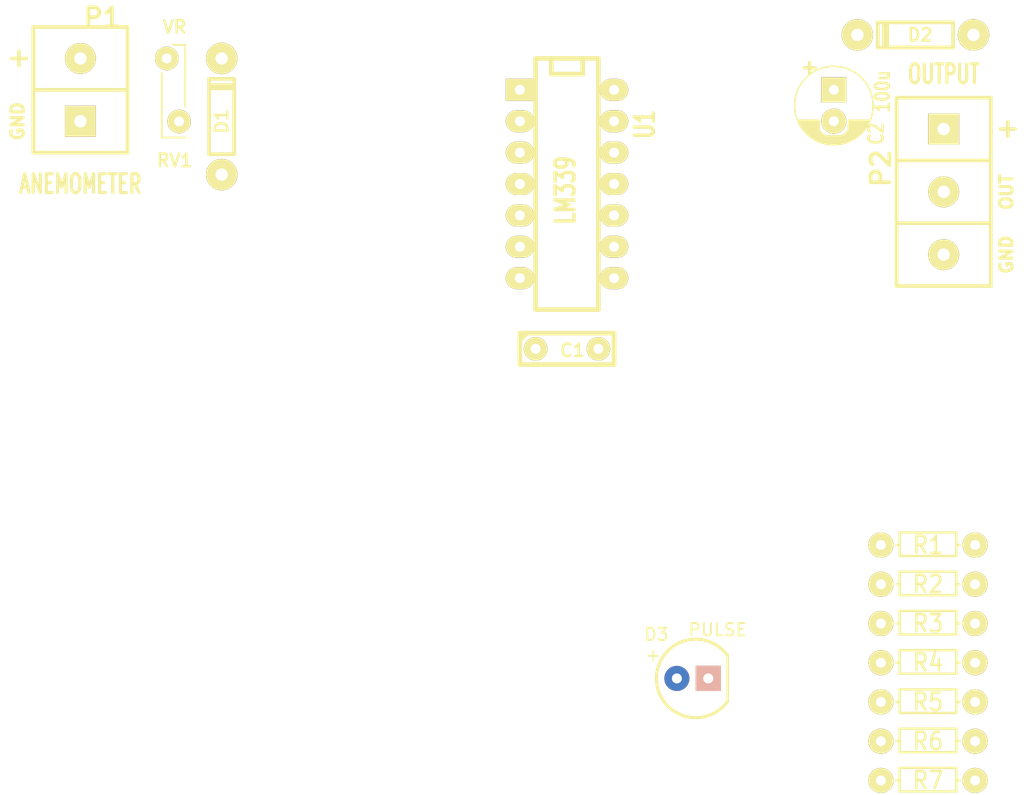
<source format=kicad_pcb>
(kicad_pcb (version 20221018) (generator pcbnew)
  (layers (0 "F.Cu" signal) (31 "B.Cu" signal) (34 "B.Paste" user) (35 "F.Paste" user) (36 "B.SilkS" user "B.Silkscreen") (37 "F.SilkS" user "F.Silkscreen") (38 "B.Mask" user) (39 "F.Mask" user) (44 "Edge.Cuts" user))
  (net 0 "")
  (net 1 "Net-(C1-Pad1)")
  (net 2 "GND")
  (net 3 "Net-(D1-Pad1)")
  (net 4 "VCC")
  (net 5 "Net-(D3-Pad2)")
  (net 6 "Net-(D3-Pad1)")
  (net 7 "Net-(P1-Pad2)")
  (net 8 "Net-(R4-Pad2)")
  (net 9 "Net-(D2-Pad2)")
  (footprint "matts_components:C1_wide_lg_pad" (layer "F.Cu") (at 142.24 73.025)
    (fp_text reference "C1" (at 1.7145 0.127) (layer "F.SilkS") (effects (font (size 1.016 1.016) (thickness 0.2032))))
    (fp_text value "22n" hide)
    (fp_line (start -2.54 -1.27) (end -2.54 1.27) (stroke (width 0.381)) (layer "F.SilkS"))
    (fp_line (start -2.54 -0.635) (end -1.905 -1.27) (stroke (width 0.3048)) (layer "F.SilkS"))
    (fp_line (start -2.54 1.27) (end 5.08 1.27) (stroke (width 0.381)) (layer "F.SilkS"))
    (fp_line (start 5.08 -1.27) (end -2.54 -1.27) (stroke (width 0.381)) (layer "F.SilkS"))
    (fp_line (start 5.08 1.27) (end 5.08 -1.27) (stroke (width 0.381)) (layer "F.SilkS"))
    (pad "1" thru_hole circle (at -1.27 0) (size 1.905 1.905) (drill 0.8001) (layers "*.Cu" "*.Mask" "F.SilkS") (net 1 "Net-(C1-Pad1)"))
    (pad "2" thru_hole circle (at 3.81 0) (size 1.905 1.905) (drill 0.8001) (layers "*.Cu" "*.Mask" "F.SilkS") (net 2 "GND"))
  )
  (footprint "REInnovationFootprint:C_1V7_TH" (layer "F.Cu") (at 165.1 53.34 -90)
    (fp_text reference "C2" (at 2.286 -3.429 270) (layer "F.SilkS") (effects (font (size 1.143 0.889) (thickness 0.2032))))
    (fp_text value "100u" (at -1.143 -3.937 270) (layer "F.SilkS") (effects (font (size 1.143 0.889) (thickness 0.2032))))
    (fp_text user "+" (at -3.048 2.032 270) (layer "F.SilkS") (effects (font (size 1.143 1.143) (thickness 0.28702))))
    (fp_line (start 1.27 -1.27) (end 1.27 -2.794) (stroke (width 0.3)) (layer "F.SilkS"))
    (fp_line (start 1.27 -1.27) (end 2.286 -1.27) (stroke (width 0.3)) (layer "F.SilkS"))
    (fp_line (start 1.27 1.27) (end 2.54 1.27) (stroke (width 0.3)) (layer "F.SilkS"))
    (fp_line (start 1.27 2.667) (end 2.159 2.159) (stroke (width 0.3)) (layer "F.SilkS"))
    (fp_line (start 1.27 2.794) (end 1.27 1.27) (stroke (width 0.3)) (layer "F.SilkS"))
    (fp_line (start 1.524 -1.27) (end 1.524 -2.667) (stroke (width 0.3)) (layer "F.SilkS"))
    (fp_line (start 1.524 1.27) (end 1.524 2.54) (stroke (width 0.3)) (layer "F.SilkS"))
    (fp_line (start 1.651 -2.54) (end 1.651 -1.778) (stroke (width 0.3)) (layer "F.SilkS"))
    (fp_line (start 1.778 -1.27) (end 1.778 -2.413) (stroke (width 0.3)) (layer "F.SilkS"))
    (fp_line (start 1.778 1.27) (end 1.778 2.413) (stroke (width 0.3)) (layer "F.SilkS"))
    (fp_line (start 2.032 -1.27) (end 2.032 -2.286) (stroke (width 0.3)) (layer "F.SilkS"))
    (fp_line (start 2.032 -1.27) (end 2.667 -1.27) (stroke (width 0.3)) (layer "F.SilkS"))
    (fp_line (start 2.032 1.27) (end 2.032 2.159) (stroke (width 0.3)) (layer "F.SilkS"))
    (fp_line (start 2.032 1.27) (end 2.54 0.762) (stroke (width 0.3)) (layer "F.SilkS"))
    (fp_line (start 2.159 2.159) (end 2.794 1.27) (stroke (width 0.3)) (layer "F.SilkS"))
    (fp_line (start 2.286 -1.27) (end 2.286 -2.032) (stroke (width 0.3)) (layer "F.SilkS"))
    (fp_line (start 2.286 1.27) (end 2.286 2.032) (stroke (width 0.3)) (layer "F.SilkS"))
    (fp_line (start 2.413 -1.778) (end 1.651 -2.54) (stroke (width 0.3)) (layer "F.SilkS"))
    (fp_line (start 2.54 -0.762) (end 2.159 -1.143) (stroke (width 0.3)) (layer "F.SilkS"))
    (fp_line (start 2.54 1.651) (end 2.54 -1.778) (stroke (width 0.3)) (layer "F.SilkS"))
    (fp_line (start 2.794 -1.27) (end 2.794 1.143) (stroke (width 0.3)) (layer "F.SilkS"))
    (fp_line (start 2.794 -1.143) (end 2.413 -1.778) (stroke (width 0.3)) (layer "F.SilkS"))
    (fp_line (start 2.794 1.27) (end 2.921 0.762) (stroke (width 0.3)) (layer "F.SilkS"))
    (fp_line (start 2.921 0.635) (end 2.921 -0.762) (stroke (width 0.3)) (layer "F.SilkS"))
    (fp_line (start 2.921 0.762) (end 3.048 -0.381) (stroke (width 0.3)) (layer "F.SilkS"))
    (fp_line (start 3.048 -0.381) (end 2.794 -1.143) (stroke (width 0.3)) (layer "F.SilkS"))
    (fp_circle (center 0 0) (end 3.175 0) (stroke (width 0.127)) (fill none) (layer "F.SilkS"))
    (pad "1" thru_hole rect (at -1.27 0 270) (size 2.032 2.032) (drill 0.8001) (layers "*.Cu" "*.Mask" "F.SilkS") (net 4 "VCC"))
    (pad "2" thru_hole circle (at 1.27 0 270) (size 2.032 2.032) (drill 0.8001) (layers "*.Cu" "*.Mask" "F.SilkS") (net 2 "GND"))
  )
  (footprint "REInnovationFootprint:TH_Diode_1" (layer "F.Cu") (at 115.57 54.61 90)
    (fp_text reference "D1" (at 0 0 90) (layer "F.SilkS") (effects (font (size 1.016 1.016) (thickness 0.2032))))
    (fp_text value "1N914" hide)
    (fp_line (start -2.667 -1.016) (end -2.667 0) (stroke (width 0.3048)) (layer "F.SilkS"))
    (fp_line (start -2.667 0) (end -2.667 1.016) (stroke (width 0.3048)) (layer "F.SilkS"))
    (fp_line (start -2.667 1.016) (end 3.429 1.016) (stroke (width 0.3048)) (layer "F.SilkS"))
    (fp_line (start 2.667 1.016) (end 2.667 -1.016) (stroke (width 0.3048)) (layer "F.SilkS"))
    (fp_line (start 2.921 -1.016) (end 2.921 1.016) (stroke (width 0.3048)) (layer "F.SilkS"))
    (fp_line (start 3.429 -1.016) (end -2.667 -1.016) (stroke (width 0.3048)) (layer "F.SilkS"))
    (fp_line (start 3.429 0) (end 3.429 -1.016) (stroke (width 0.3048)) (layer "F.SilkS"))
    (fp_line (start 3.429 1.016) (end 3.429 0) (stroke (width 0.3048)) (layer "F.SilkS"))
    (pad "1" thru_hole circle (at 5.08 0 90) (size 2.54 2.54) (drill 1.00076) (layers "*.Cu" "*.Mask" "F.SilkS") (net 3 "Net-(D1-Pad1)"))
    (pad "2" thru_hole circle (at -4.318 0 90) (size 2.54 2.54) (drill 1.00076) (layers "*.Cu" "*.Mask" "F.SilkS") (net 2 "GND"))
  )
  (footprint "REInnovationFootprint:TH_Diode_1" (layer "F.Cu") (at 172.085 47.625 180)
    (fp_text reference "D2" (at 0 0 180) (layer "F.SilkS") (effects (font (size 1.016 1.016) (thickness 0.2032))))
    (fp_text value "1N4001" hide)
    (fp_line (start -2.667 -1.016) (end -2.667 0) (stroke (width 0.3048)) (layer "F.SilkS"))
    (fp_line (start -2.667 0) (end -2.667 1.016) (stroke (width 0.3048)) (layer "F.SilkS"))
    (fp_line (start -2.667 1.016) (end 3.429 1.016) (stroke (width 0.3048)) (layer "F.SilkS"))
    (fp_line (start 2.667 1.016) (end 2.667 -1.016) (stroke (width 0.3048)) (layer "F.SilkS"))
    (fp_line (start 2.921 -1.016) (end 2.921 1.016) (stroke (width 0.3048)) (layer "F.SilkS"))
    (fp_line (start 3.429 -1.016) (end -2.667 -1.016) (stroke (width 0.3048)) (layer "F.SilkS"))
    (fp_line (start 3.429 0) (end 3.429 -1.016) (stroke (width 0.3048)) (layer "F.SilkS"))
    (fp_line (start 3.429 1.016) (end 3.429 0) (stroke (width 0.3048)) (layer "F.SilkS"))
    (pad "1" thru_hole circle (at 5.08 0 180) (size 2.54 2.54) (drill 1.00076) (layers "*.Cu" "*.Mask" "F.SilkS") (net 4 "VCC"))
    (pad "2" thru_hole circle (at -4.318 0 180) (size 2.54 2.54) (drill 1.00076) (layers "*.Cu" "*.Mask" "F.SilkS") (net 9 "Net-(D2-Pad2)"))
  )
  (footprint "REInnovationFootprint:TH_LED-5MM_larg_pad" (layer "F.Cu") (at 153.67 99.695)
    (fp_text reference "D3" (at -2.921 -3.556) (layer "F.SilkS"))
    (fp_text value "PULSE" (at 2.032 -3.937) (layer "F.SilkS"))
    (fp_text user "+" (at -3.175 -1.905) (layer "F.SilkS"))
    (fp_line (start 2.8448 1.905) (end 2.8448 -1.905) (stroke (width 0.2032)) (layer "F.SilkS"))
    (fp_arc (start 2.794 1.905) (mid -2.921 0.001668) (end 2.791997 -1.907668) (stroke (width 0.254)) (layer "F.SilkS"))
    (pad "1" thru_hole rect (at 1.27 0) (size 2.032 2.032) (drill 0.8128) (layers "*.Cu" "*.SilkS" "*.Mask") (net 6 "Net-(D3-Pad1)"))
    (pad "2" thru_hole circle (at -1.27 0) (size 2.032 2.032) (drill 0.8128) (layers "*.Cu" "*.Mask") (net 5 "Net-(D3-Pad2)"))
  )
  (footprint "REInnovationFootprint:SIL-2_screw_terminal" (layer "F.Cu") (at 104.14 54.61 90)
    (fp_text reference "P1" (at 8.382 1.778 180) (layer "F.SilkS") (effects (font (size 1.524 1.524) (thickness 0.3048))))
    (fp_text value "ANEMOMETER" (at -5.08 0 180) (layer "F.SilkS") (effects (font (size 1.524 1.016) (thickness 0.254))))
    (fp_text user "GND" (at 0 -5.08 270) (layer "F.SilkS") (effects (font (thickness 0.25))))
    (fp_text user "+" (at 5.08 -5.08 90) (layer "F.SilkS") (effects (font (size 1.524 1.524) (thickness 0.3048))))
    (fp_line (start -2.54 -3.81) (end 7.62 -3.81) (stroke (width 0.3)) (layer "F.SilkS"))
    (fp_line (start -2.54 3.81) (end -2.54 -3.81) (stroke (width 0.3)) (layer "F.SilkS"))
    (fp_line (start -2.54 3.81) (end 7.62 3.81) (stroke (width 0.3)) (layer "F.SilkS"))
    (fp_line (start 2.54 -3.81) (end 2.54 3.81) (stroke (width 0.3)) (layer "F.SilkS"))
    (fp_line (start 7.62 3.81) (end 7.62 -3.81) (stroke (width 0.3)) (layer "F.SilkS"))
    (pad "1" thru_hole rect (at 0 0 90) (size 2.49936 2.49936) (drill 1.00076) (layers "*.Cu" "*.Mask" "F.SilkS") (net 2 "GND"))
    (pad "2" thru_hole circle (at 5.08 0 90) (size 2.49936 2.49936) (drill 1.00076) (layers "*.Cu" "*.Mask" "F.SilkS") (net 7 "Net-(P1-Pad2)"))
  )
  (footprint "REInnovationFootprint:SIL-3_screw_terminal" (layer "F.Cu") (at 173.99 55.245 -90)
    (fp_text reference "P2" (at 3.175 5.08 90) (layer "F.SilkS") (effects (font (size 1.524 1.524) (thickness 0.3048))))
    (fp_text value "OUTPUT" (at -4.445 0) (layer "F.SilkS") (effects (font (size 1.524 1.016) (thickness 0.254))))
    (fp_text user "GND" (at 10.16 -5.08 90) (layer "F.SilkS") (effects (font (thickness 0.25))))
    (fp_text user "OUT" (at 5.08 -5.08 270) (layer "F.SilkS") (effects (font (thickness 0.25))))
    (fp_text user "+" (at 0 -5.08 270) (layer "F.SilkS") (effects (font (size 1.524 1.524) (thickness 0.3048))))
    (fp_line (start -2.54 -3.81) (end 7.62 -3.81) (stroke (width 0.3)) (layer "F.SilkS"))
    (fp_line (start -2.54 3.81) (end -2.54 -3.81) (stroke (width 0.3)) (layer "F.SilkS"))
    (fp_line (start -2.54 3.81) (end 7.62 3.81) (stroke (width 0.3)) (layer "F.SilkS"))
    (fp_line (start 2.54 -3.81) (end 2.54 3.81) (stroke (width 0.3)) (layer "F.SilkS"))
    (fp_line (start 7.62 -3.81) (end 12.7 -3.81) (stroke (width 0.3)) (layer "F.SilkS"))
    (fp_line (start 7.62 3.81) (end 7.62 -3.81) (stroke (width 0.3)) (layer "F.SilkS"))
    (fp_line (start 12.7 -3.81) (end 12.7 3.81) (stroke (width 0.3)) (layer "F.SilkS"))
    (fp_line (start 12.7 3.81) (end 7.62 3.81) (stroke (width 0.3)) (layer "F.SilkS"))
    (pad "1" thru_hole rect (at 0 0 270) (size 2.49936 2.49936) (drill 1.00076) (layers "*.Cu" "*.Mask" "F.SilkS") (net 9 "Net-(D2-Pad2)"))
    (pad "2" thru_hole circle (at 5.08 0 270) (size 2.49936 2.49936) (drill 1.00076) (layers "*.Cu" "*.Mask" "F.SilkS") (net 5 "Net-(D3-Pad2)"))
    (pad "3" thru_hole circle (at 10.16 0 270) (size 2.49936 2.49936) (drill 1.00076) (layers "*.Cu" "*.Mask" "F.SilkS") (net 2 "GND"))
  )
  (footprint "REInnovationFootprint:TH_Resistor_1" (layer "F.Cu") (at 172.72 88.9)
    (fp_text reference "R1" (at 0 0) (layer "F.SilkS") (effects (font (size 1.397 1.27) (thickness 0.2032))))
    (fp_text value "4k7" hide)
    (fp_line (start -2.286 -1.016) (end -2.286 0.889) (stroke (width 0.2)) (layer "F.SilkS"))
    (fp_line (start -2.286 0) (end -2.54 0) (stroke (width 0.2)) (layer "F.SilkS"))
    (fp_line (start -2.286 0.889) (end 2.286 0.889) (stroke (width 0.2)) (layer "F.SilkS"))
    (fp_line (start 2.286 -1.016) (end -2.286 -1.016) (stroke (width 0.2)) (layer "F.SilkS"))
    (fp_line (start 2.286 0) (end 2.54 0) (stroke (width 0.2)) (layer "F.SilkS"))
    (fp_line (start 2.286 0.889) (end 2.286 -1.016) (stroke (width 0.2)) (layer "F.SilkS"))
    (pad "1" thru_hole circle (at -3.81 0) (size 2.032 2.032) (drill 0.8001) (layers "*.Cu" "*.Mask" "F.SilkS") (net 3 "Net-(D1-Pad1)"))
    (pad "2" thru_hole circle (at 3.81 0) (size 2.032 2.032) (drill 0.8001) (layers "*.Cu" "*.Mask" "F.SilkS") (net 7 "Net-(P1-Pad2)"))
  )
  (footprint "REInnovationFootprint:TH_Resistor_1" (layer "F.Cu") (at 172.72 92.075)
    (fp_text reference "R2" (at 0 0) (layer "F.SilkS") (effects (font (size 1.397 1.27) (thickness 0.2032))))
    (fp_text value "4k7" hide)
    (fp_line (start -2.286 -1.016) (end -2.286 0.889) (stroke (width 0.2)) (layer "F.SilkS"))
    (fp_line (start -2.286 0) (end -2.54 0) (stroke (width 0.2)) (layer "F.SilkS"))
    (fp_line (start -2.286 0.889) (end 2.286 0.889) (stroke (width 0.2)) (layer "F.SilkS"))
    (fp_line (start 2.286 -1.016) (end -2.286 -1.016) (stroke (width 0.2)) (layer "F.SilkS"))
    (fp_line (start 2.286 0) (end 2.54 0) (stroke (width 0.2)) (layer "F.SilkS"))
    (fp_line (start 2.286 0.889) (end 2.286 -1.016) (stroke (width 0.2)) (layer "F.SilkS"))
    (pad "1" thru_hole circle (at -3.81 0) (size 2.032 2.032) (drill 0.8001) (layers "*.Cu" "*.Mask" "F.SilkS") (net 1 "Net-(C1-Pad1)"))
    (pad "2" thru_hole circle (at 3.81 0) (size 2.032 2.032) (drill 0.8001) (layers "*.Cu" "*.Mask" "F.SilkS") (net 3 "Net-(D1-Pad1)"))
  )
  (footprint "REInnovationFootprint:TH_Resistor_1" (layer "F.Cu") (at 172.72 95.25)
    (fp_text reference "R3" (at 0 0) (layer "F.SilkS") (effects (font (size 1.397 1.27) (thickness 0.2032))))
    (fp_text value "100k" hide)
    (fp_line (start -2.286 -1.016) (end -2.286 0.889) (stroke (width 0.2)) (layer "F.SilkS"))
    (fp_line (start -2.286 0) (end -2.54 0) (stroke (width 0.2)) (layer "F.SilkS"))
    (fp_line (start -2.286 0.889) (end 2.286 0.889) (stroke (width 0.2)) (layer "F.SilkS"))
    (fp_line (start 2.286 -1.016) (end -2.286 -1.016) (stroke (width 0.2)) (layer "F.SilkS"))
    (fp_line (start 2.286 0) (end 2.54 0) (stroke (width 0.2)) (layer "F.SilkS"))
    (fp_line (start 2.286 0.889) (end 2.286 -1.016) (stroke (width 0.2)) (layer "F.SilkS"))
    (pad "1" thru_hole circle (at -3.81 0) (size 2.032 2.032) (drill 0.8001) (layers "*.Cu" "*.Mask" "F.SilkS") (net 4 "VCC"))
    (pad "2" thru_hole circle (at 3.81 0) (size 2.032 2.032) (drill 0.8001) (layers "*.Cu" "*.Mask" "F.SilkS") (net 1 "Net-(C1-Pad1)"))
  )
  (footprint "REInnovationFootprint:TH_Resistor_1" (layer "F.Cu") (at 172.72 98.425)
    (fp_text reference "R4" (at 0 0) (layer "F.SilkS") (effects (font (size 1.397 1.27) (thickness 0.2032))))
    (fp_text value "100k" hide)
    (fp_line (start -2.286 -1.016) (end -2.286 0.889) (stroke (width 0.2)) (layer "F.SilkS"))
    (fp_line (start -2.286 0) (end -2.54 0) (stroke (width 0.2)) (layer "F.SilkS"))
    (fp_line (start -2.286 0.889) (end 2.286 0.889) (stroke (width 0.2)) (layer "F.SilkS"))
    (fp_line (start 2.286 -1.016) (end -2.286 -1.016) (stroke (width 0.2)) (layer "F.SilkS"))
    (fp_line (start 2.286 0) (end 2.54 0) (stroke (width 0.2)) (layer "F.SilkS"))
    (fp_line (start 2.286 0.889) (end 2.286 -1.016) (stroke (width 0.2)) (layer "F.SilkS"))
    (pad "1" thru_hole circle (at -3.81 0) (size 2.032 2.032) (drill 0.8001) (layers "*.Cu" "*.Mask" "F.SilkS") (net 4 "VCC"))
    (pad "2" thru_hole circle (at 3.81 0) (size 2.032 2.032) (drill 0.8001) (layers "*.Cu" "*.Mask" "F.SilkS") (net 8 "Net-(R4-Pad2)"))
  )
  (footprint "REInnovationFootprint:TH_Resistor_1" (layer "F.Cu") (at 172.72 101.6)
    (fp_text reference "R5" (at 0 0) (layer "F.SilkS") (effects (font (size 1.397 1.27) (thickness 0.2032))))
    (fp_text value "10k" hide)
    (fp_line (start -2.286 -1.016) (end -2.286 0.889) (stroke (width 0.2)) (layer "F.SilkS"))
    (fp_line (start -2.286 0) (end -2.54 0) (stroke (width 0.2)) (layer "F.SilkS"))
    (fp_line (start -2.286 0.889) (end 2.286 0.889) (stroke (width 0.2)) (layer "F.SilkS"))
    (fp_line (start 2.286 -1.016) (end -2.286 -1.016) (stroke (width 0.2)) (layer "F.SilkS"))
    (fp_line (start 2.286 0) (end 2.54 0) (stroke (width 0.2)) (layer "F.SilkS"))
    (fp_line (start 2.286 0.889) (end 2.286 -1.016) (stroke (width 0.2)) (layer "F.SilkS"))
    (pad "1" thru_hole circle (at -3.81 0) (size 2.032 2.032) (drill 0.8001) (layers "*.Cu" "*.Mask" "F.SilkS") (net 8 "Net-(R4-Pad2)"))
    (pad "2" thru_hole circle (at 3.81 0) (size 2.032 2.032) (drill 0.8001) (layers "*.Cu" "*.Mask" "F.SilkS") (net 2 "GND"))
  )
  (footprint "REInnovationFootprint:TH_Resistor_1" (layer "F.Cu") (at 172.72 104.775)
    (fp_text reference "R6" (at 0 0) (layer "F.SilkS") (effects (font (size 1.397 1.27) (thickness 0.2032))))
    (fp_text value "4M7" hide)
    (fp_line (start -2.286 -1.016) (end -2.286 0.889) (stroke (width 0.2)) (layer "F.SilkS"))
    (fp_line (start -2.286 0) (end -2.54 0) (stroke (width 0.2)) (layer "F.SilkS"))
    (fp_line (start -2.286 0.889) (end 2.286 0.889) (stroke (width 0.2)) (layer "F.SilkS"))
    (fp_line (start 2.286 -1.016) (end -2.286 -1.016) (stroke (width 0.2)) (layer "F.SilkS"))
    (fp_line (start 2.286 0) (end 2.54 0) (stroke (width 0.2)) (layer "F.SilkS"))
    (fp_line (start 2.286 0.889) (end 2.286 -1.016) (stroke (width 0.2)) (layer "F.SilkS"))
    (pad "1" thru_hole circle (at -3.81 0) (size 2.032 2.032) (drill 0.8001) (layers "*.Cu" "*.Mask" "F.SilkS") (net 5 "Net-(D3-Pad2)"))
    (pad "2" thru_hole circle (at 3.81 0) (size 2.032 2.032) (drill 0.8001) (layers "*.Cu" "*.Mask" "F.SilkS") (net 8 "Net-(R4-Pad2)"))
  )
  (footprint "REInnovationFootprint:TH_Resistor_1" (layer "F.Cu") (at 172.72 107.95)
    (fp_text reference "R7" (at 0 0) (layer "F.SilkS") (effects (font (size 1.397 1.27) (thickness 0.2032))))
    (fp_text value "1k" hide)
    (fp_line (start -2.286 -1.016) (end -2.286 0.889) (stroke (width 0.2)) (layer "F.SilkS"))
    (fp_line (start -2.286 0) (end -2.54 0) (stroke (width 0.2)) (layer "F.SilkS"))
    (fp_line (start -2.286 0.889) (end 2.286 0.889) (stroke (width 0.2)) (layer "F.SilkS"))
    (fp_line (start 2.286 -1.016) (end -2.286 -1.016) (stroke (width 0.2)) (layer "F.SilkS"))
    (fp_line (start 2.286 0) (end 2.54 0) (stroke (width 0.2)) (layer "F.SilkS"))
    (fp_line (start 2.286 0.889) (end 2.286 -1.016) (stroke (width 0.2)) (layer "F.SilkS"))
    (pad "1" thru_hole circle (at -3.81 0) (size 2.032 2.032) (drill 0.8001) (layers "*.Cu" "*.Mask" "F.SilkS") (net 6 "Net-(D3-Pad1)"))
    (pad "2" thru_hole circle (at 3.81 0) (size 2.032 2.032) (drill 0.8001) (layers "*.Cu" "*.Mask" "F.SilkS") (net 2 "GND"))
  )
  (footprint "REInnovationFootprint:DIP-14__300_ELL_lg_pad" (layer "F.Cu") (at 143.51 59.69 -90)
    (fp_text reference "U1" (at -4.821 -6.289 90) (layer "F.SilkS") (effects (font (size 1.524 1.143) (thickness 0.28702))))
    (fp_text value "LM339" (at 0.508 0.127 270) (layer "F.SilkS") (effects (font (size 1.524 1.143) (thickness 0.28575))))
    (fp_line (start -10.16 -2.54) (end 10.16 -2.54) (stroke (width 0.381)) (layer "F.SilkS"))
    (fp_line (start -10.16 -1.27) (end -8.89 -1.27) (stroke (width 0.381)) (layer "F.SilkS"))
    (fp_line (start -10.16 2.54) (end -10.16 -2.54) (stroke (width 0.381)) (layer "F.SilkS"))
    (fp_line (start -8.89 -1.27) (end -8.89 1.27) (stroke (width 0.381)) (layer "F.SilkS"))
    (fp_line (start -8.89 1.27) (end -10.16 1.27) (stroke (width 0.381)) (layer "F.SilkS"))
    (fp_line (start 10.16 -2.54) (end 10.16 2.54) (stroke (width 0.381)) (layer "F.SilkS"))
    (fp_line (start 10.16 2.54) (end -10.16 2.54) (stroke (width 0.381)) (layer "F.SilkS"))
    (pad "1" thru_hole rect (at -7.62 3.81 270) (size 1.778 2.286) (drill 0.8) (layers "*.Cu" "*.Mask" "F.SilkS"))
    (pad "2" thru_hole oval (at -5.08 3.81 270) (size 1.778 2.286) (drill 0.8) (layers "*.Cu" "*.Mask" "F.SilkS") (net 5 "Net-(D3-Pad2)"))
    (pad "3" thru_hole oval (at -2.54 3.81 270) (size 1.778 2.286) (drill 0.8) (layers "*.Cu" "*.Mask" "F.SilkS") (net 4 "VCC"))
    (pad "4" thru_hole oval (at 0 3.81 270) (size 1.778 2.286) (drill 0.8) (layers "*.Cu" "*.Mask" "F.SilkS") (net 1 "Net-(C1-Pad1)"))
    (pad "5" thru_hole oval (at 2.54 3.81 270) (size 1.778 2.286) (drill 0.8) (layers "*.Cu" "*.Mask" "F.SilkS") (net 8 "Net-(R4-Pad2)"))
    (pad "6" thru_hole oval (at 5.08 3.81 270) (size 1.778 2.286) (drill 0.8) (layers "*.Cu" "*.Mask" "F.SilkS"))
    (pad "7" thru_hole oval (at 7.62 3.81 270) (size 1.778 2.286) (drill 0.8) (layers "*.Cu" "*.Mask" "F.SilkS"))
    (pad "8" thru_hole oval (at 7.62 -3.81 270) (size 1.778 2.286) (drill 0.8) (layers "*.Cu" "*.Mask" "F.SilkS"))
    (pad "9" thru_hole oval (at 5.08 -3.81 270) (size 1.778 2.286) (drill 0.8) (layers "*.Cu" "*.Mask" "F.SilkS"))
    (pad "10" thru_hole oval (at 2.54 -3.81 270) (size 1.778 2.286) (drill 0.8) (layers "*.Cu" "*.Mask" "F.SilkS"))
    (pad "11" thru_hole oval (at 0 -3.81 270) (size 1.778 2.286) (drill 0.8) (layers "*.Cu" "*.Mask" "F.SilkS"))
    (pad "12" thru_hole oval (at -2.54 -3.81 270) (size 1.778 2.286) (drill 0.8) (layers "*.Cu" "*.Mask" "F.SilkS") (net 2 "GND"))
    (pad "13" thru_hole oval (at -5.08 -3.81 270) (size 1.778 2.286) (drill 0.8) (layers "*.Cu" "*.Mask" "F.SilkS"))
    (pad "14" thru_hole oval (at -7.62 -3.81 270) (size 1.778 2.286) (drill 0.8) (layers "*.Cu" "*.Mask" "F.SilkS"))
  )
  (footprint "REInnovationFootprint:TH_MC36188_FUSE" (layer "F.Cu") (at 111.125 49.53 -90)
    (fp_text reference "RV1" (at 8.255 -0.635) (layer "F.SilkS") (effects (font (size 1.016 1.016) (thickness 0.2032))))
    (fp_text value "VR" (at -2.54 -0.635) (layer "F.SilkS") (effects (font (size 1.016 1.016) (thickness 0.2032))))
    (fp_line (start -1.1 -1.5) (end -1.1 -0.5) (stroke (width 0.15)) (layer "F.SilkS"))
    (fp_line (start -1.1 -1.5) (end 3.9 -1.5) (stroke (width 0.15)) (layer "F.SilkS"))
    (fp_line (start 6.4 -1.5) (end 6.4 0.4) (stroke (width 0.15)) (layer "F.SilkS"))
    (fp_line (start 6.4 0.4) (end 1.2 0.4) (stroke (width 0.15)) (layer "F.SilkS"))
    (pad "1" thru_hole circle (at 0 0 270) (size 1.905 1.905) (drill 0.8) (layers "*.Cu" "*.Mask" "F.SilkS") (net 7 "Net-(P1-Pad2)"))
    (pad "2" thru_hole circle (at 5.1 -1 270) (size 1.905 1.905) (drill 0.8) (layers "*.Cu" "*.Mask" "F.SilkS") (net 2 "GND"))
  )
)
</source>
